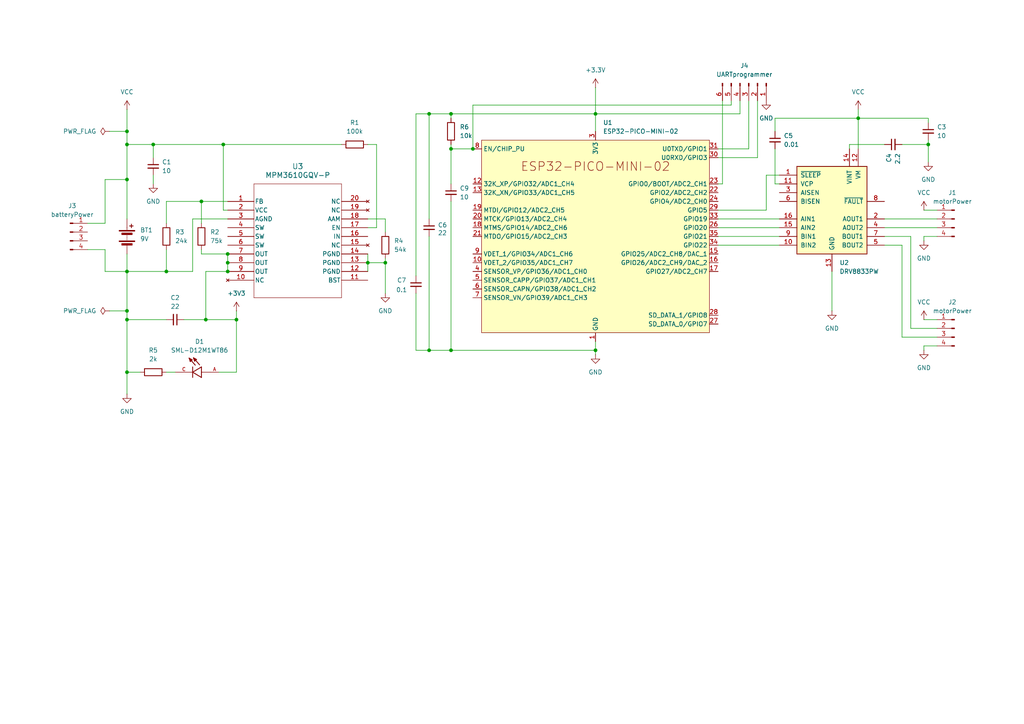
<source format=kicad_sch>
(kicad_sch (version 20231120) (generator "eeschema") (generator_version "8.0")
  (paper "A4")
  (title_block (title "holidayExpress_schematic") (rev "0") (company "Bad Hippo Design"))
  (lib_symbols
    (symbol "Connector:Conn_01x04_Pin" (pin_names (offset 1.016) hide)
      (property "Reference" "J" (at 0 5.08 0))
      (property "Value" "Conn_01x04_Pin" (at 0 -7.62 0))
      (symbol "Conn_01x04_Pin_1_1"
        (polyline (pts (xy 1.27 -5.08) (xy 0.8636 -5.08)) (stroke (width 0.1524)))
        (polyline (pts (xy 1.27 -2.54) (xy 0.8636 -2.54)) (stroke (width 0.1524)))
        (polyline (pts (xy 1.27 0) (xy 0.8636 0)) (stroke (width 0.1524)))
        (polyline (pts (xy 1.27 2.54) (xy 0.8636 2.54)) (stroke (width 0.1524)))
        (rectangle (start 0.8636 -4.953) (end 0 -5.207) (stroke (width 0.1524)) (fill (type outline)))
        (rectangle (start 0.8636 -2.413) (end 0 -2.667) (stroke (width 0.1524)) (fill (type outline)))
        (rectangle (start 0.8636 0.127) (end 0 -0.127) (stroke (width 0.1524)) (fill (type outline)))
        (rectangle (start 0.8636 2.667) (end 0 2.413) (stroke (width 0.1524)) (fill (type outline)))
        (pin passive line (at 5.08 2.54 180) (length 3.81) (name "Pin_1") (number "1"))
        (pin passive line (at 5.08 0 180) (length 3.81) (name "Pin_2") (number "2"))
        (pin passive line (at 5.08 -2.54 180) (length 3.81) (name "Pin_3") (number "3"))
        (pin passive line (at 5.08 -5.08 180) (length 3.81) (name "Pin_4") (number "4"))
      )
    )
    (symbol "Connector:Conn_01x06_Pin" (pin_names (offset 1.016) hide)
      (property "Reference" "J" (at 0 7.62 0))
      (property "Value" "Conn_01x06_Pin" (at 0 -10.16 0))
      (symbol "Conn_01x06_Pin_1_1"
        (polyline (pts (xy 1.27 -7.62) (xy 0.8636 -7.62)) (stroke (width 0.1524)))
        (polyline (pts (xy 1.27 -5.08) (xy 0.8636 -5.08)) (stroke (width 0.1524)))
        (polyline (pts (xy 1.27 -2.54) (xy 0.8636 -2.54)) (stroke (width 0.1524)))
        (polyline (pts (xy 1.27 0) (xy 0.8636 0)) (stroke (width 0.1524)))
        (polyline (pts (xy 1.27 2.54) (xy 0.8636 2.54)) (stroke (width 0.1524)))
        (polyline (pts (xy 1.27 5.08) (xy 0.8636 5.08)) (stroke (width 0.1524)))
        (rectangle (start 0.8636 -7.493) (end 0 -7.747) (stroke (width 0.1524)) (fill (type outline)))
        (rectangle (start 0.8636 -4.953) (end 0 -5.207) (stroke (width 0.1524)) (fill (type outline)))
        (rectangle (start 0.8636 -2.413) (end 0 -2.667) (stroke (width 0.1524)) (fill (type outline)))
        (rectangle (start 0.8636 0.127) (end 0 -0.127) (stroke (width 0.1524)) (fill (type outline)))
        (rectangle (start 0.8636 2.667) (end 0 2.413) (stroke (width 0.1524)) (fill (type outline)))
        (rectangle (start 0.8636 5.207) (end 0 4.953) (stroke (width 0.1524)) (fill (type outline)))
        (pin passive line (at 5.08 5.08 180) (length 3.81) (name "Pin_1") (number "1"))
        (pin passive line (at 5.08 2.54 180) (length 3.81) (name "Pin_2") (number "2"))
        (pin passive line (at 5.08 0 180) (length 3.81) (name "Pin_3") (number "3"))
        (pin passive line (at 5.08 -2.54 180) (length 3.81) (name "Pin_4") (number "4"))
        (pin passive line (at 5.08 -5.08 180) (length 3.81) (name "Pin_5") (number "5"))
        (pin passive line (at 5.08 -7.62 180) (length 3.81) (name "Pin_6") (number "6"))
      )
    )
    (symbol "Device:Battery" (pin_numbers hide) (pin_names (offset 0) hide)
      (property "Reference" "BT" (at 2.54 2.54 0))
      (property "Value" "Battery" (at 2.54 0 0))
      (symbol "Battery_0_1"
        (rectangle (start -2.286 -1.27) (end 2.286 -1.524) (fill (type outline)))
        (rectangle (start -2.286 1.778) (end 2.286 1.524) (fill (type outline)))
        (rectangle (start -1.524 -2.032) (end 1.524 -2.54) (fill (type outline)))
        (rectangle (start -1.524 1.016) (end 1.524 0.508) (fill (type outline)))
        (polyline (pts (xy 0 -1.016) (xy 0 -0.762)))
        (polyline (pts (xy 0 -0.508) (xy 0 -0.254)))
        (polyline (pts (xy 0 0) (xy 0 0.254)))
        (polyline (pts (xy 0 1.778) (xy 0 2.54)))
        (polyline (pts (xy 0.762 3.048) (xy 1.778 3.048)) (stroke (width 0.254)))
        (polyline (pts (xy 1.27 3.556) (xy 1.27 2.54)) (stroke (width 0.254)))
      )
      (symbol "Battery_1_1"
        (pin passive line (at 0 5.08 270) (length 2.54) (name "+") (number "1"))
        (pin passive line (at 0 -5.08 90) (length 2.54) (name "-") (number "2"))
      )
    )
    (symbol "Device:C_Small" (pin_numbers hide) (pin_names (offset 0.254) hide)
      (property "Reference" "C" (at 0.254 1.778 0))
      (property "Value" "C_Small" (at 0.254 -2.032 0))
      (symbol "C_Small_0_1"
        (polyline (pts (xy -1.524 -0.508) (xy 1.524 -0.508)) (stroke (width 0.3302)))
        (polyline (pts (xy -1.524 0.508) (xy 1.524 0.508)) (stroke (width 0.3048)))
      )
      (symbol "C_Small_1_1"
        (pin passive line (at 0 2.54 270) (length 2.032) (name "~") (number "1"))
        (pin passive line (at 0 -2.54 90) (length 2.032) (name "~") (number "2"))
      )
    )
    (symbol "Device:R" (pin_numbers hide) (pin_names (offset 0))
      (property "Reference" "R" (at 2.032 0 90))
      (property "Value" "R" (at 0 0 90))
      (symbol "R_0_1"
        (rectangle (start -1.016 -2.54) (end 1.016 2.54) (stroke (width 0.254)))
      )
      (symbol "R_1_1"
        (pin passive line (at 0 3.81 270) (length 1.27) (name "~") (number "1"))
        (pin passive line (at 0 -3.81 90) (length 1.27) (name "~") (number "2"))
      )
    )
    (symbol "Driver_Motor:DRV8833PW" (pin_names (offset 1.016))
      (property "Reference" "U" (at -3.81 16.51 0))
      (property "Value" "DRV8833PW" (at -3.81 13.97 0))
      (symbol "DRV8833PW_0_1"
        (rectangle (start -10.16 12.7) (end 10.16 -12.7) (stroke (width 0.254)) (fill (type background)))
      )
      (symbol "DRV8833PW_1_1"
        (pin input line (at -15.24 10.16 0) (length 5.08) (name "~{SLEEP}") (number "1"))
        (pin input line (at -15.24 -10.16 0) (length 5.08) (name "BIN2") (number "10"))
        (pin bidirectional line (at -15.24 7.62 0) (length 5.08) (name "VCP") (number "11"))
        (pin power_in line (at 7.62 17.78 270) (length 5.08) (name "VM") (number "12"))
        (pin power_in line (at 0 -17.78 90) (length 5.08) (name "GND") (number "13"))
        (pin power_in line (at 5.08 17.78 270) (length 5.08) (name "VINT") (number "14"))
        (pin input line (at -15.24 -5.08 0) (length 5.08) (name "AIN2") (number "15"))
        (pin input line (at -15.24 -2.54 0) (length 5.08) (name "AIN1") (number "16"))
        (pin power_out line (at 15.24 -2.54 180) (length 5.08) (name "AOUT1") (number "2"))
        (pin bidirectional line (at -15.24 5.08 0) (length 5.08) (name "AISEN") (number "3"))
        (pin power_out line (at 15.24 -5.08 180) (length 5.08) (name "AOUT2") (number "4"))
        (pin power_out line (at 15.24 -10.16 180) (length 5.08) (name "BOUT2") (number "5"))
        (pin bidirectional line (at -15.24 2.54 0) (length 5.08) (name "BISEN") (number "6"))
        (pin power_out line (at 15.24 -7.62 180) (length 5.08) (name "BOUT1") (number "7"))
        (pin open_collector line (at 15.24 2.54 180) (length 5.08) (name "~{FAULT}") (number "8"))
        (pin input line (at -15.24 -7.62 0) (length 5.08) (name "BIN1") (number "9"))
      )
    )
    (symbol "MPS_parts:MPM3610GQV-P" (pin_names (offset 0.254))
      (property "Reference" "U" (at 20.32 10.16 0))
      (property "Value" "MPM3610GQV-P" (at 20.32 7.62 0))
      (symbol "MPM3610GQV-P_0_1"
        (polyline (pts (xy 7.62 -27.94) (xy 33.02 -27.94)) (stroke (width 0.127)))
        (polyline (pts (xy 7.62 5.08) (xy 7.62 -27.94)) (stroke (width 0.127)))
        (polyline (pts (xy 33.02 -27.94) (xy 33.02 5.08)) (stroke (width 0.127)))
        (polyline (pts (xy 33.02 5.08) (xy 7.62 5.08)) (stroke (width 0.127)))
        (pin unspecified line (at 0 0 0) (length 7.62) (name "FB") (number "1"))
        (pin no_connect line (at 0 -22.86 0) (length 7.62) (name "NC") (number "10"))
        (pin unspecified line (at 40.64 -22.86 180) (length 7.62) (name "BST") (number "11"))
        (pin power_out line (at 40.64 -20.32 180) (length 7.62) (name "PGND") (number "12"))
        (pin power_out line (at 40.64 -17.78 180) (length 7.62) (name "PGND") (number "13"))
        (pin power_out line (at 40.64 -15.24 180) (length 7.62) (name "PGND") (number "14"))
        (pin no_connect line (at 40.64 -12.7 180) (length 7.62) (name "NC") (number "15"))
        (pin power_in line (at 40.64 -10.16 180) (length 7.62) (name "IN") (number "16"))
        (pin unspecified line (at 40.64 -7.62 180) (length 7.62) (name "EN") (number "17"))
        (pin unspecified line (at 40.64 -5.08 180) (length 7.62) (name "AAM") (number "18"))
        (pin no_connect line (at 40.64 -2.54 180) (length 7.62) (name "NC") (number "19"))
        (pin power_in line (at 0 -2.54 0) (length 7.62) (name "VCC") (number "2"))
        (pin no_connect line (at 40.64 0 180) (length 7.62) (name "NC") (number "20"))
        (pin power_out line (at 0 -5.08 0) (length 7.62) (name "AGND") (number "3"))
        (pin output line (at 0 -7.62 0) (length 7.62) (name "SW") (number "4"))
        (pin output line (at 0 -10.16 0) (length 7.62) (name "SW") (number "5"))
        (pin output line (at 0 -12.7 0) (length 7.62) (name "SW") (number "6"))
        (pin output line (at 0 -15.24 0) (length 7.62) (name "OUT") (number "7"))
        (pin output line (at 0 -17.78 0) (length 7.62) (name "OUT") (number "8"))
        (pin output line (at 0 -20.32 0) (length 7.62) (name "OUT") (number "9"))
      )
    )
    (symbol "PCM_Espressif:ESP32-PICO-MINI-02"
      (property "Reference" "U" (at -33.02 33.02 0))
      (property "Value" "ESP32-PICO-MINI-02" (at -22.86 30.48 0))
      (symbol "ESP32-PICO-MINI-02_0_0"
        (text "ESP32-PICO-MINI-02" (at 0 20.32 0) (effects (font (size 2.54 2.54))))
        (pin power_in line (at 0 -30.48 90) (length 2.54) (name "GND") (number "1"))
        (pin passive line (at 0 -30.48 90) (length 2.54) hide (name "GND") (number "37"))
        (pin passive line (at 0 -30.48 90) (length 2.54) hide (name "GND") (number "38"))
        (pin passive line (at 0 -30.48 90) (length 2.54) hide (name "GND") (number "39"))
        (pin passive line (at 0 -30.48 90) (length 2.54) hide (name "GND") (number "40"))
        (pin passive line (at 0 -30.48 90) (length 2.54) hide (name "GND") (number "41"))
        (pin passive line (at 0 -30.48 90) (length 2.54) hide (name "GND") (number "42"))
        (pin passive line (at 0 -30.48 90) (length 2.54) hide (name "GND") (number "43"))
        (pin passive line (at 0 -30.48 90) (length 2.54) hide (name "GND") (number "44"))
        (pin passive line (at 0 -30.48 90) (length 2.54) hide (name "GND") (number "45"))
        (pin passive line (at 0 -30.48 90) (length 2.54) hide (name "GND") (number "46"))
        (pin passive line (at 0 -30.48 90) (length 2.54) hide (name "GND") (number "47"))
        (pin passive line (at 0 -30.48 90) (length 2.54) hide (name "GND") (number "48"))
        (pin passive line (at 0 -30.48 90) (length 2.54) hide (name "GND") (number "49"))
        (pin passive line (at 0 -30.48 90) (length 2.54) hide (name "GND") (number "50"))
        (pin passive line (at 0 -30.48 90) (length 2.54) hide (name "GND") (number "51"))
        (pin passive line (at 0 -30.48 90) (length 2.54) hide (name "GND") (number "52"))
        (pin passive line (at 0 -30.48 90) (length 2.54) hide (name "GND") (number "53"))
      )
      (symbol "ESP32-PICO-MINI-02_0_1"
        (rectangle (start -33.02 27.94) (end 33.02 -27.94) (fill (type background)))
      )
      (symbol "ESP32-PICO-MINI-02_1_1"
        (pin input line (at -35.56 -7.62 0) (length 2.54) (name "VDET_2/GPIO35/ADC1_CH7") (number "10"))
        (pin passive line (at 0 -30.48 90) (length 2.54) hide (name "GND") (number "11"))
        (pin bidirectional line (at -35.56 15.24 0) (length 2.54) (name "32K_XP/GPIO32/ADC1_CH4") (number "12"))
        (pin bidirectional line (at -35.56 12.7 0) (length 2.54) (name "32K_XN/GPIO33/ADC1_CH5") (number "13"))
        (pin passive line (at 0 -30.48 90) (length 2.54) hide (name "GND") (number "14"))
        (pin bidirectional line (at 35.56 -5.08 180) (length 2.54) (name "GPIO25/ADC2_CH8/DAC_1") (number "15"))
        (pin bidirectional line (at 35.56 -7.62 180) (length 2.54) (name "GPIO26/ADC2_CH9/DAC_2") (number "16"))
        (pin bidirectional line (at 35.56 -10.16 180) (length 2.54) (name "GPIO27/ADC2_CH7") (number "17"))
        (pin bidirectional line (at -35.56 2.54 0) (length 2.54) (name "MTMS/GPIO14/ADC2_CH6") (number "18"))
        (pin bidirectional line (at -35.56 7.62 0) (length 2.54) (name "MTDI/GPIO12/ADC2_CH5") (number "19"))
        (pin passive line (at 0 -30.48 90) (length 2.54) hide (name "GND") (number "2"))
        (pin bidirectional line (at -35.56 5.08 0) (length 2.54) (name "MTCK/GPIO13/ADC2_CH4") (number "20"))
        (pin bidirectional line (at -35.56 0 0) (length 2.54) (name "MTDO/GPIO15/ADC2_CH3") (number "21"))
        (pin bidirectional line (at 35.56 12.7 180) (length 2.54) (name "GPIO2/ADC2_CH2") (number "22"))
        (pin bidirectional line (at 35.56 15.24 180) (length 2.54) (name "GPIO0/BOOT/ADC2_CH1") (number "23"))
        (pin bidirectional line (at 35.56 10.16 180) (length 2.54) (name "GPIO4/ADC2_CH0") (number "24"))
        (pin no_connect line (at -33.02 -22.86 0) (length 2.54) hide (name "NC") (number "25"))
        (pin bidirectional line (at 35.56 2.54 180) (length 2.54) (name "GPIO20") (number "26"))
        (pin bidirectional line (at 35.56 -25.4 180) (length 2.54) (name "SD_DATA_0/GPIO7") (number "27"))
        (pin bidirectional line (at 35.56 -22.86 180) (length 2.54) (name "SD_DATA_1/GPIO8") (number "28"))
        (pin bidirectional line (at 35.56 7.62 180) (length 2.54) (name "GPIO5") (number "29"))
        (pin power_in line (at 0 30.48 270) (length 2.54) (name "3V3") (number "3"))
        (pin bidirectional line (at 35.56 22.86 180) (length 2.54) (name "U0RXD/GPIO3") (number "30"))
        (pin bidirectional line (at 35.56 25.4 180) (length 2.54) (name "U0TXD/GPIO1") (number "31"))
        (pin no_connect line (at -33.02 -25.4 0) (length 2.54) hide (name "NC") (number "32"))
        (pin bidirectional line (at 35.56 5.08 180) (length 2.54) (name "GPIO19") (number "33"))
        (pin bidirectional line (at 35.56 -2.54 180) (length 2.54) (name "GPIO22") (number "34"))
        (pin bidirectional line (at 35.56 0 180) (length 2.54) (name "GPIO21") (number "35"))
        (pin passive line (at 0 -30.48 90) (length 2.54) hide (name "GND") (number "36"))
        (pin input line (at -35.56 -10.16 0) (length 2.54) (name "SENSOR_VP/GPIO36/ADC1_CH0") (number "4"))
        (pin input line (at -35.56 -12.7 0) (length 2.54) (name "SENSOR_CAPP/GPIO37/ADC1_CH1") (number "5"))
        (pin input line (at -35.56 -15.24 0) (length 2.54) (name "SENSOR_CAPN/GPIO38/ADC1_CH2") (number "6"))
        (pin input line (at -35.56 -17.78 0) (length 2.54) (name "SENSOR_VN/GPIO39/ADC1_CH3") (number "7"))
        (pin input line (at -35.56 25.4 0) (length 2.54) (name "EN/CHIP_PU") (number "8"))
        (pin input line (at -35.56 -5.08 0) (length 2.54) (name "VDET_1/GPIO34/ADC1_CH6") (number "9"))
      )
    )
    (symbol "power:+3.3V" (power) (pin_numbers hide) (pin_names (offset 0) hide)
      (property "Value" "+3.3V" (at 0 3.556 0))
      (symbol "+3.3V_0_1"
        (polyline (pts (xy -0.762 1.27) (xy 0 2.54)))
        (polyline (pts (xy 0 0) (xy 0 2.54)))
        (polyline (pts (xy 0 2.54) (xy 0.762 1.27)))
      )
      (symbol "+3.3V_1_1"
        (pin power_in line (at 0 0 90) (length 0) (name "~") (number "1"))
      )
    )
    (symbol "power:+3V3" (power) (pin_numbers hide) (pin_names (offset 0) hide)
      (property "Value" "+3V3" (at 0 3.556 0))
      (symbol "+3V3_0_1"
        (polyline (pts (xy -0.762 1.27) (xy 0 2.54)))
        (polyline (pts (xy 0 0) (xy 0 2.54)))
        (polyline (pts (xy 0 2.54) (xy 0.762 1.27)))
      )
      (symbol "+3V3_1_1"
        (pin power_in line (at 0 0 90) (length 0) (name "~") (number "1"))
      )
    )
    (symbol "power:GND" (power) (pin_numbers hide) (pin_names (offset 0) hide)
      (property "Value" "GND" (at 0 -3.81 0))
      (symbol "GND_0_1"
        (polyline (pts (xy 0 0) (xy 0 -1.27) (xy 1.27 -1.27) (xy 0 -2.54) (xy -1.27 -1.27) (xy 0 -1.27)))
      )
      (symbol "GND_1_1"
        (pin power_in line (at 0 0 270) (length 0) (name "~") (number "1"))
      )
    )
    (symbol "power:PWR_FLAG" (power) (pin_numbers hide) (pin_names (offset 0) hide)
      (property "Value" "PWR_FLAG" (at 0 3.81 0))
      (symbol "PWR_FLAG_0_0"
        (pin power_out line (at 0 0 90) (length 0) (name "~") (number "1"))
      )
      (symbol "PWR_FLAG_0_1"
        (polyline (pts (xy 0 0) (xy 0 1.27) (xy -1.016 1.905) (xy 0 2.54) (xy 1.016 1.905) (xy 0 1.27)))
      )
    )
    (symbol "power:VCC" (power) (pin_numbers hide) (pin_names (offset 0) hide)
      (property "Value" "VCC" (at 0 3.556 0))
      (symbol "VCC_0_1"
        (polyline (pts (xy -0.762 1.27) (xy 0 2.54)))
        (polyline (pts (xy 0 0) (xy 0 2.54)))
        (polyline (pts (xy 0 2.54) (xy 0.762 1.27)))
      )
      (symbol "VCC_1_1"
        (pin power_in line (at 0 0 90) (length 0) (name "~") (number "1"))
      )
    )
    (symbol "symbolDownloads:SML-D12M1WT86" (pin_names (offset 1.016))
      (property "Reference" "D" (at -5.08 5.08 0))
      (property "Value" "SML-D12M1WT86" (at -5.08 -3.81 0))
      (symbol "SML-D12M1WT86_0_0"
        (polyline (pts (xy -2.54 -1.524) (xy 0 0)) (stroke (width 0.254)))
        (polyline (pts (xy -2.54 0) (xy -5.08 0)) (stroke (width 0.1524)))
        (polyline (pts (xy -2.54 0) (xy -2.54 -1.524)) (stroke (width 0.254)))
        (polyline (pts (xy -2.54 1.524) (xy -2.54 0)) (stroke (width 0.254)))
        (polyline (pts (xy -1.1176 3.683) (xy -0.2286 4.1656)) (stroke (width 0.254)))
        (polyline (pts (xy -0.9398 3.6068) (xy -0.7112 3.7592)) (stroke (width 0.254)))
        (polyline (pts (xy -0.5588 3.2004) (xy -1.1176 3.683)) (stroke (width 0.254)))
        (polyline (pts (xy -0.5588 3.2004) (xy -0.5334 3.937)) (stroke (width 0.254)))
        (polyline (pts (xy -0.5334 3.937) (xy -0.6604 3.937)) (stroke (width 0.254)))
        (polyline (pts (xy -0.2286 4.1656) (xy -2.0066 2.1336)) (stroke (width 0.254)))
        (polyline (pts (xy -0.2286 4.1656) (xy -0.5588 3.2004)) (stroke (width 0.254)))
        (polyline (pts (xy 0 0) (xy -2.54 1.524)) (stroke (width 0.254)))
        (polyline (pts (xy 0 1.524) (xy 0 -1.524)) (stroke (width 0.254)))
        (polyline (pts (xy 0.127 3.5814) (xy 1.016 4.064)) (stroke (width 0.254)))
        (polyline (pts (xy 0.3048 3.5052) (xy 0.5334 3.6576)) (stroke (width 0.254)))
        (polyline (pts (xy 0.6858 3.0988) (xy 0.127 3.5814)) (stroke (width 0.254)))
        (polyline (pts (xy 0.6858 3.0988) (xy 0.7112 3.8354)) (stroke (width 0.254)))
        (polyline (pts (xy 0.7112 3.8354) (xy 0.5842 3.8354)) (stroke (width 0.254)))
        (polyline (pts (xy 1.016 4.064) (xy -0.762 2.032)) (stroke (width 0.254)))
        (polyline (pts (xy 1.016 4.064) (xy 0.6858 3.0988)) (stroke (width 0.254)))
        (pin passive line (at -7.62 0 0) (length 2.54) (name "~") (number "A"))
        (pin passive line (at 5.08 0 180) (length 5.08) (name "~") (number "C"))
      )
    )
  )
  (junction (at 36.83 92.71))
  (junction (at 58.42 58.42))
  (junction (at 36.83 41.91))
  (junction (at 130.81 101.6))
  (junction (at 66.04 78.74))
  (junction (at 124.46 33.02))
  (junction (at 64.77 41.91))
  (junction (at 172.72 101.6))
  (junction (at 111.76 76.2))
  (junction (at 44.45 41.91))
  (junction (at 36.83 107.95))
  (junction (at 66.04 76.2))
  (junction (at 36.83 52.07))
  (junction (at 36.83 38.1))
  (junction (at 36.83 78.74))
  (junction (at 36.83 90.17))
  (junction (at 248.92 34.29))
  (junction (at 68.58 92.71))
  (junction (at 59.69 92.71))
  (junction (at 66.04 73.66))
  (junction (at 106.68 76.2))
  (junction (at 124.46 101.6))
  (junction (at 137.16 43.18))
  (junction (at 130.81 43.18))
  (junction (at 172.72 33.02))
  (junction (at 269.24 41.91))
  (junction (at 48.26 78.74))
  (junction (at 130.81 33.02))
  (wire (pts (xy 224.79 38.1) (xy 224.79 34.29)))
  (wire (pts (xy 264.16 95.25) (xy 271.78 95.25)))
  (wire (pts (xy 130.81 58.42) (xy 130.81 101.6)))
  (wire (pts (xy 111.76 74.93) (xy 111.76 76.2)))
  (wire (pts (xy 267.97 68.58) (xy 267.97 69.85)))
  (wire (pts (xy 248.92 34.29) (xy 269.24 34.29)))
  (wire (pts (xy 209.55 29.21) (xy 209.55 53.34)))
  (wire (pts (xy 68.58 107.95) (xy 63.5 107.95)))
  (wire (pts (xy 36.83 92.71) (xy 36.83 107.95)))
  (wire (pts (xy 256.54 71.12) (xy 261.62 71.12)))
  (wire (pts (xy 248.92 34.29) (xy 248.92 43.18)))
  (wire (pts (xy 137.16 30.48) (xy 137.16 43.18)))
  (wire (pts (xy 68.58 92.71) (xy 68.58 107.95)))
  (wire (pts (xy 48.26 58.42) (xy 58.42 58.42)))
  (wire (pts (xy 44.45 41.91) (xy 44.45 45.72)))
  (wire (pts (xy 222.25 50.8) (xy 226.06 50.8)))
  (wire (pts (xy 130.81 101.6) (xy 172.72 101.6)))
  (wire (pts (xy 66.04 73.66) (xy 66.04 76.2)))
  (wire (pts (xy 212.09 30.48) (xy 212.09 29.21)))
  (wire (pts (xy 261.62 41.91) (xy 269.24 41.91)))
  (wire (pts (xy 44.45 41.91) (xy 64.77 41.91)))
  (wire (pts (xy 261.62 97.79) (xy 271.78 97.79)))
  (wire (pts (xy 58.42 58.42) (xy 66.04 58.42)))
  (wire (pts (xy 106.68 66.04) (xy 109.22 66.04)))
  (wire (pts (xy 172.72 33.02) (xy 214.63 33.02)))
  (wire (pts (xy 36.83 31.75) (xy 36.83 38.1)))
  (wire (pts (xy 30.48 64.77) (xy 30.48 52.07)))
  (wire (pts (xy 31.75 90.17) (xy 36.83 90.17)))
  (wire (pts (xy 25.4 64.77) (xy 30.48 64.77)))
  (wire (pts (xy 208.28 66.04) (xy 226.06 66.04)))
  (wire (pts (xy 246.38 41.91) (xy 246.38 43.18)))
  (wire (pts (xy 106.68 76.2) (xy 111.76 76.2)))
  (wire (pts (xy 208.28 43.18) (xy 217.17 43.18)))
  (wire (pts (xy 48.26 64.77) (xy 48.26 58.42)))
  (wire (pts (xy 48.26 72.39) (xy 48.26 78.74)))
  (wire (pts (xy 264.16 68.58) (xy 264.16 95.25)))
  (wire (pts (xy 267.97 92.71) (xy 271.78 92.71)))
  (wire (pts (xy 208.28 60.96) (xy 222.25 60.96)))
  (wire (pts (xy 111.76 67.31) (xy 111.76 63.5)))
  (wire (pts (xy 53.34 92.71) (xy 59.69 92.71)))
  (wire (pts (xy 120.65 85.09) (xy 120.65 101.6)))
  (wire (pts (xy 120.65 80.01) (xy 120.65 33.02)))
  (wire (pts (xy 269.24 34.29) (xy 269.24 35.56)))
  (wire (pts (xy 48.26 107.95) (xy 50.8 107.95)))
  (wire (pts (xy 120.65 33.02) (xy 124.46 33.02)))
  (wire (pts (xy 269.24 41.91) (xy 269.24 46.99)))
  (wire (pts (xy 36.83 41.91) (xy 36.83 52.07)))
  (wire (pts (xy 36.83 92.71) (xy 48.26 92.71)))
  (wire (pts (xy 36.83 78.74) (xy 36.83 90.17)))
  (wire (pts (xy 36.83 38.1) (xy 36.83 41.91)))
  (wire (pts (xy 36.83 52.07) (xy 36.83 63.5)))
  (wire (pts (xy 40.64 107.95) (xy 36.83 107.95)))
  (wire (pts (xy 208.28 68.58) (xy 226.06 68.58)))
  (wire (pts (xy 256.54 66.04) (xy 271.78 66.04)))
  (wire (pts (xy 58.42 73.66) (xy 66.04 73.66)))
  (wire (pts (xy 219.71 45.72) (xy 208.28 45.72)))
  (wire (pts (xy 246.38 41.91) (xy 256.54 41.91)))
  (wire (pts (xy 172.72 101.6) (xy 172.72 102.87)))
  (wire (pts (xy 58.42 72.39) (xy 58.42 73.66)))
  (wire (pts (xy 267.97 100.33) (xy 271.78 100.33)))
  (wire (pts (xy 224.79 43.18) (xy 224.79 53.34)))
  (wire (pts (xy 36.83 41.91) (xy 44.45 41.91)))
  (wire (pts (xy 25.4 72.39) (xy 30.48 72.39)))
  (wire (pts (xy 130.81 33.02) (xy 130.81 34.29)))
  (wire (pts (xy 124.46 68.58) (xy 124.46 101.6)))
  (wire (pts (xy 261.62 71.12) (xy 261.62 97.79)))
  (wire (pts (xy 30.48 72.39) (xy 30.48 78.74)))
  (wire (pts (xy 44.45 50.8) (xy 44.45 53.34)))
  (wire (pts (xy 36.83 107.95) (xy 36.83 114.3)))
  (wire (pts (xy 106.68 73.66) (xy 106.68 76.2)))
  (wire (pts (xy 66.04 63.5) (xy 55.88 63.5)))
  (wire (pts (xy 241.3 78.74) (xy 241.3 90.17)))
  (wire (pts (xy 130.81 43.18) (xy 130.81 53.34)))
  (wire (pts (xy 64.77 60.96) (xy 66.04 60.96)))
  (wire (pts (xy 224.79 34.29) (xy 248.92 34.29)))
  (wire (pts (xy 59.69 78.74) (xy 59.69 92.71)))
  (wire (pts (xy 269.24 40.64) (xy 269.24 41.91)))
  (wire (pts (xy 267.97 60.96) (xy 271.78 60.96)))
  (wire (pts (xy 58.42 64.77) (xy 58.42 58.42)))
  (wire (pts (xy 30.48 52.07) (xy 36.83 52.07)))
  (wire (pts (xy 64.77 41.91) (xy 99.06 41.91)))
  (wire (pts (xy 219.71 29.21) (xy 219.71 45.72)))
  (wire (pts (xy 59.69 78.74) (xy 66.04 78.74)))
  (wire (pts (xy 172.72 33.02) (xy 172.72 38.1)))
  (wire (pts (xy 256.54 63.5) (xy 271.78 63.5)))
  (wire (pts (xy 64.77 41.91) (xy 64.77 60.96)))
  (wire (pts (xy 36.83 90.17) (xy 36.83 92.71)))
  (wire (pts (xy 267.97 101.6) (xy 267.97 100.33)))
  (wire (pts (xy 209.55 53.34) (xy 208.28 53.34)))
  (wire (pts (xy 106.68 76.2) (xy 106.68 78.74)))
  (wire (pts (xy 36.83 73.66) (xy 36.83 78.74)))
  (wire (pts (xy 222.25 60.96) (xy 222.25 50.8)))
  (wire (pts (xy 124.46 33.02) (xy 124.46 63.5)))
  (wire (pts (xy 214.63 33.02) (xy 214.63 29.21)))
  (wire (pts (xy 130.81 33.02) (xy 172.72 33.02)))
  (wire (pts (xy 208.28 63.5) (xy 226.06 63.5)))
  (wire (pts (xy 172.72 25.4) (xy 172.72 33.02)))
  (wire (pts (xy 48.26 78.74) (xy 55.88 78.74)))
  (wire (pts (xy 267.97 68.58) (xy 271.78 68.58)))
  (wire (pts (xy 120.65 101.6) (xy 124.46 101.6)))
  (wire (pts (xy 248.92 31.75) (xy 248.92 34.29)))
  (wire (pts (xy 137.16 30.48) (xy 212.09 30.48)))
  (wire (pts (xy 130.81 43.18) (xy 137.16 43.18)))
  (wire (pts (xy 30.48 78.74) (xy 36.83 78.74)))
  (wire (pts (xy 224.79 53.34) (xy 226.06 53.34)))
  (wire (pts (xy 106.68 41.91) (xy 109.22 41.91)))
  (wire (pts (xy 66.04 76.2) (xy 66.04 78.74)))
  (wire (pts (xy 36.83 78.74) (xy 48.26 78.74)))
  (wire (pts (xy 172.72 99.06) (xy 172.72 101.6)))
  (wire (pts (xy 31.75 38.1) (xy 36.83 38.1)))
  (wire (pts (xy 124.46 33.02) (xy 130.81 33.02)))
  (wire (pts (xy 106.68 63.5) (xy 111.76 63.5)))
  (wire (pts (xy 208.28 71.12) (xy 226.06 71.12)))
  (wire (pts (xy 55.88 63.5) (xy 55.88 78.74)))
  (wire (pts (xy 59.69 92.71) (xy 68.58 92.71)))
  (wire (pts (xy 111.76 85.09) (xy 111.76 76.2)))
  (wire (pts (xy 217.17 43.18) (xy 217.17 29.21)))
  (wire (pts (xy 124.46 101.6) (xy 130.81 101.6)))
  (wire (pts (xy 130.81 41.91) (xy 130.81 43.18)))
  (wire (pts (xy 256.54 68.58) (xy 264.16 68.58)))
  (wire (pts (xy 68.58 90.17) (xy 68.58 92.71)))
  (wire (pts (xy 109.22 41.91) (xy 109.22 66.04)))
  (symbol (lib_id "power:GND") (at 36.83 114.3 0) (unit 1)
    (property "Reference" "#PWR01" (effects (hide yes)))
    (property "Value" "GND" (at 36.83 119.38 0))
    (property "Description" "Power symbol creates a global label with name \"GND\" , ground" (effects (hide yes)))
  )
  (symbol (lib_id "Device:C_Small") (at 44.45 48.26 0) (unit 1)
    (property "Reference" "C1" (at 46.99 46.9962 0) (effects (justify left)))
    (property "Value" "10" (at 46.99 49.5362 0) (effects (justify left)))
    (property "Footprint" "Capacitor_SMD:C_0402_1005Metric" (effects (hide yes)))
    (property "Description" "Unpolarized capacitor, small symbol" (effects (hide yes)))
  )
  (symbol (lib_id "Device:C_Small") (at 259.08 41.91 90) (mirror x) (unit 1)
    (property "Reference" "C4" (at 257.8162 44.45 0) (effects (justify left)))
    (property "Value" "2.2" (at 260.3562 44.45 0) (effects (justify left)))
    (property "Footprint" "Capacitor_SMD:C_0402_1005Metric" (effects (hide yes)))
    (property "Description" "Unpolarized capacitor, small symbol" (effects (hide yes)))
  )
  (symbol (lib_id "Device:C_Small") (at 120.65 82.55 0) (unit 1)
    (property "Reference" "C7" (at 117.856 81.28 0) (effects (justify right)))
    (property "Value" "0.1" (at 118.11 84.074 0) (effects (justify right)))
    (property "Footprint" "Capacitor_SMD:C_0402_1005Metric" (effects (hide yes)))
    (property "Description" "Unpolarized capacitor, small symbol" (effects (hide yes)))
  )
  (symbol (lib_id "power:+3V3") (at 68.58 90.17 0) (unit 1)
    (property "Reference" "#PWR06" (effects (hide yes)))
    (property "Value" "+3V3" (at 68.58 85.09 0))
    (property "Description" "Power symbol creates a global label with name \"+3V3\"" (effects (hide yes)))
  )
  (symbol (lib_id "Device:C_Small") (at 269.24 38.1 0) (unit 1)
    (property "Reference" "C3" (at 271.78 36.8362 0) (effects (justify left)))
    (property "Value" "10" (at 271.78 39.3762 0) (effects (justify left)))
    (property "Footprint" "Capacitor_SMD:C_0402_1005Metric" (effects (hide yes)))
    (property "Description" "Unpolarized capacitor, small symbol" (effects (hide yes)))
  )
  (symbol (lib_id "power:GND") (at 267.97 101.6 0) (unit 1)
    (property "Reference" "#PWR015" (effects (hide yes)))
    (property "Value" "GND" (at 267.97 106.68 0))
    (property "Description" "Power symbol creates a global label with name \"GND\" , ground" (effects (hide yes)))
  )
  (symbol (lib_id "Device:R") (at 111.76 71.12 0) (unit 1)
    (property "Reference" "R4" (at 114.3 69.8499 0) (effects (justify left)))
    (property "Value" "54k" (at 114.3 72.3899 0) (effects (justify left)))
    (property "Footprint" "Resistor_SMD:R_0402_1005Metric" (effects (hide yes)))
    (property "Description" "Resistor" (effects (hide yes)))
  )
  (symbol (lib_id "power:VCC") (at 267.97 60.96 0) (unit 1)
    (property "Reference" "#PWR013" (effects (hide yes)))
    (property "Value" "VCC" (at 267.97 55.88 0))
    (property "Description" "Power symbol creates a global label with name \"VCC\"" (effects (hide yes)))
  )
  (symbol (lib_id "symbolDownloads:SML-D12M1WT86") (at 55.88 107.95 0) (mirror y) (unit 1)
    (property "Reference" "D1" (at 57.8866 99.06 0))
    (property "Value" "SML-D12M1WT86" (at 57.8866 101.6 0))
    (property "Footprint" "footprintDownloads:LED_SML-D12M1WT86" (effects (hide yes)))
    (property "PARTREV" "007" (effects (hide yes)))
    (property "MANUFACTURER" "ROHM Semiconductor" (effects (hide yes)))
    (property "MAXIMUM_PACKAGE_HEIGHT" "0.65 mm" (effects (hide yes)))
    (property "STANDARD" "Manufacturer Recommendation" (effects (hide yes)))
  )
  (symbol (lib_id "power:VCC") (at 267.97 92.71 0) (unit 1)
    (property "Reference" "#PWR014" (effects (hide yes)))
    (property "Value" "VCC" (at 267.97 87.63 0))
    (property "Description" "Power symbol creates a global label with name \"VCC\"" (effects (hide yes)))
  )
  (symbol (lib_id "Device:C_Small") (at 130.81 55.88 0) (unit 1)
    (property "Reference" "C9" (at 133.35 54.6162 0) (effects (justify left)))
    (property "Value" "10" (at 133.35 57.1562 0) (effects (justify left)))
    (property "Footprint" "Capacitor_SMD:C_0402_1005Metric" (effects (hide yes)))
    (property "Description" "Unpolarized capacitor, small symbol" (effects (hide yes)))
  )
  (symbol (lib_id "Device:R") (at 102.87 41.91 270) (unit 1)
    (property "Reference" "R1" (at 102.87 35.56 90))
    (property "Value" "100k" (at 102.87 38.1 90))
    (property "Footprint" "Resistor_SMD:R_0402_1005Metric" (effects (hide yes)))
    (property "Description" "Resistor" (effects (hide yes)))
  )
  (symbol (lib_id "power:GND") (at 269.24 46.99 0) (unit 1)
    (property "Reference" "#PWR010" (effects (hide yes)))
    (property "Value" "GND" (at 269.24 52.07 0))
    (property "Description" "Power symbol creates a global label with name \"GND\" , ground" (effects (hide yes)))
  )
  (symbol (lib_id "power:GND") (at 111.76 85.09 0) (unit 1)
    (property "Reference" "#PWR05" (effects (hide yes)))
    (property "Value" "GND" (at 111.76 90.17 0))
    (property "Description" "Power symbol creates a global label with name \"GND\" , ground" (effects (hide yes)))
  )
  (symbol (lib_id "Device:C_Small") (at 124.46 66.04 0) (mirror y) (unit 1)
    (property "Reference" "C6" (at 127 65.278 0) (effects (justify right)))
    (property "Value" "22" (at 127 67.564 0) (effects (justify right)))
    (property "Footprint" "Capacitor_SMD:C_0402_1005Metric" (effects (hide yes)))
    (property "Description" "Unpolarized capacitor, small symbol" (effects (hide yes)))
  )
  (symbol (lib_id "Device:C_Small") (at 50.8 92.71 270) (unit 1)
    (property "Reference" "C2" (at 50.7936 86.36 90))
    (property "Value" "22" (at 50.7936 88.9 90))
    (property "Footprint" "Capacitor_SMD:C_0402_1005Metric" (effects (hide yes)))
    (property "Description" "Unpolarized capacitor, small symbol" (effects (hide yes)))
  )
  (symbol (lib_id "power:GND") (at 222.25 29.21 0) (unit 1)
    (property "Reference" "#PWR011" (effects (hide yes)))
    (property "Value" "GND" (at 222.25 34.29 0))
    (property "Description" "Power symbol creates a global label with name \"GND\" , ground" (effects (hide yes)))
  )
  (symbol (lib_id "power:PWR_FLAG") (at 31.75 90.17 90) (unit 1)
    (property "Reference" "#FLG02" (effects (hide yes)))
    (property "Value" "PWR_FLAG" (at 27.94 90.1699 90) (effects (justify left)))
    (property "Description" "Special symbol for telling ERC where power comes from" (effects (hide yes)))
  )
  (symbol (lib_id "power:GND") (at 44.45 53.34 0) (unit 1)
    (property "Reference" "#PWR04" (effects (hide yes)))
    (property "Value" "GND" (at 44.45 58.42 0))
    (property "Description" "Power symbol creates a global label with name \"GND\" , ground" (effects (hide yes)))
  )
  (symbol (lib_id "Connector:Conn_01x04_Pin") (at 276.86 63.5 0) (mirror y) (unit 1)
    (property "Reference" "J1" (at 276.225 55.88 0))
    (property "Value" "motorPower" (at 276.225 58.42 0))
    (property "Footprint" "Connector_PinHeader_2.54mm:PinHeader_1x04_P2.54mm_Horizontal" (effects (hide yes)))
    (property "Description" "Generic connector, single row, 01x04, script generated" (effects (hide yes)))
  )
  (symbol (lib_id "Device:R") (at 130.81 38.1 0) (unit 1)
    (property "Reference" "R6" (at 133.35 36.8299 0) (effects (justify left)))
    (property "Value" "10k" (at 133.35 39.3699 0) (effects (justify left)))
    (property "Footprint" "Resistor_SMD:R_0402_1005Metric" (effects (hide yes)))
    (property "Description" "Resistor" (effects (hide yes)))
  )
  (symbol (lib_id "power:GND") (at 267.97 69.85 0) (unit 1)
    (property "Reference" "#PWR012" (effects (hide yes)))
    (property "Value" "GND" (at 267.97 74.93 0))
    (property "Description" "Power symbol creates a global label with name \"GND\" , ground" (effects (hide yes)))
  )
  (symbol (lib_id "PCM_Espressif:ESP32-PICO-MINI-02") (at 172.72 68.58 0) (unit 1)
    (property "Reference" "U1" (at 174.9141 35.56 0) (effects (justify left)))
    (property "Value" "ESP32-PICO-MINI-02" (at 174.9141 38.1 0) (effects (justify left)))
    (property "Footprint" "PCM_Espressif:ESP32-PICO-MINI-02" (effects (hide yes)))
    (property "Datasheet" "https://www.espressif.com/sites/default/files/documentation/esp32-pico-mini-02_datasheet_en.pdf" (effects (hide yes)))
    (property "Description" "ESP32-PICO-V3-02 MCU, SiP, 8MB Flash, 2 MB PSRAM in ESP32-MINI-format" (effects (hide yes)))
  )
  (symbol (lib_id "Device:C_Small") (at 224.79 40.64 0) (unit 1)
    (property "Reference" "C5" (at 227.33 39.3762 0) (effects (justify left)))
    (property "Value" "0.01" (at 227.33 41.9162 0) (effects (justify left)))
    (property "Footprint" "Capacitor_SMD:C_0402_1005Metric" (effects (hide yes)))
    (property "Description" "Unpolarized capacitor, small symbol" (effects (hide yes)))
  )
  (symbol (lib_id "Connector:Conn_01x06_Pin") (at 217.17 24.13 270) (unit 1)
    (property "Reference" "J4" (at 215.9 19.05 90))
    (property "Value" "UARTprogrammer" (at 215.9 21.59 90))
    (property "Footprint" "Connector_PinHeader_2.54mm:PinHeader_1x06_P2.54mm_Horizontal" (effects (hide yes)))
    (property "Description" "Generic connector, single row, 01x06, script generated" (effects (hide yes)))
  )
  (symbol (lib_id "Device:Battery") (at 36.83 68.58 0) (unit 1) (on_board no)
    (property "Reference" "BT1" (at 40.64 66.7384 0) (effects (justify left)))
    (property "Value" "9V" (at 40.64 69.2784 0) (effects (justify left)))
    (property "Description" "Multiple-cell battery" (effects (hide yes)))
  )
  (symbol (lib_id "Connector:Conn_01x04_Pin") (at 20.32 67.31 0) (unit 1)
    (property "Reference" "J3" (at 20.955 59.69 0))
    (property "Value" "batteryPower" (at 20.955 62.23 0))
    (property "Footprint" "Connector_PinHeader_2.54mm:PinHeader_1x04_P2.54mm_Horizontal" (effects (hide yes)))
    (property "Description" "Generic connector, single row, 01x04, script generated" (effects (hide yes)))
  )
  (symbol (lib_id "Device:R") (at 48.26 68.58 0) (unit 1)
    (property "Reference" "R3" (at 50.8 67.3099 0) (effects (justify left)))
    (property "Value" "24k" (at 50.8 69.8499 0) (effects (justify left)))
    (property "Footprint" "Resistor_SMD:R_0402_1005Metric" (effects (hide yes)))
    (property "Description" "Resistor" (effects (hide yes)))
  )
  (symbol (lib_id "power:GND") (at 241.3 90.17 0) (unit 1)
    (property "Reference" "#PWR08" (effects (hide yes)))
    (property "Value" "GND" (at 241.3 95.25 0))
    (property "Description" "Power symbol creates a global label with name \"GND\" , ground" (effects (hide yes)))
  )
  (symbol (lib_id "power:VCC") (at 248.92 31.75 0) (unit 1)
    (property "Reference" "#PWR09" (effects (hide yes)))
    (property "Value" "VCC" (at 248.92 26.67 0))
    (property "Description" "Power symbol creates a global label with name \"VCC\"" (effects (hide yes)))
  )
  (symbol (lib_id "power:VCC") (at 36.83 31.75 0) (unit 1)
    (property "Reference" "#PWR02" (effects (hide yes)))
    (property "Value" "VCC" (at 36.83 26.67 0))
    (property "Description" "Power symbol creates a global label with name \"VCC\"" (effects (hide yes)))
  )
  (symbol (lib_id "Connector:Conn_01x04_Pin") (at 276.86 95.25 0) (mirror y) (unit 1)
    (property "Reference" "J2" (at 276.225 87.63 0))
    (property "Value" "motorPower" (at 276.225 90.17 0))
    (property "Footprint" "Connector_PinHeader_2.54mm:PinHeader_1x04_P2.54mm_Horizontal" (effects (hide yes)))
    (property "Description" "Generic connector, single row, 01x04, script generated" (effects (hide yes)))
  )
  (symbol (lib_id "Driver_Motor:DRV8833PW") (at 241.3 60.96 0) (unit 1)
    (property "Reference" "U2" (at 243.4941 76.2 0) (effects (justify left)))
    (property "Value" "DRV8833PW" (at 243.4941 78.74 0) (effects (justify left)))
    (property "Footprint" "Package_DFN_QFN:Texas_RTY_WQFN-16-1EP_4x4mm_P0.65mm_EP2.1x2.1mm_ThermalVias" (effects (hide yes)))
    (property "Datasheet" "http://www.ti.com/lit/ds/symlink/drv8833.pdf" (effects (hide yes)))
    (property "Description" "Dual H-Bridge Motor Driver, TSSOP-16" (effects (hide yes)))
  )
  (symbol (lib_id "power:+3.3V") (at 172.72 25.4 0) (unit 1)
    (property "Reference" "#PWR03" (effects (hide yes)))
    (property "Value" "+3.3V" (at 172.72 20.32 0))
    (property "Description" "Power symbol creates a global label with name \"+3.3V\"" (effects (hide yes)))
  )
  (symbol (lib_id "MPS_parts:MPM3610GQV-P") (at 66.04 58.42 0) (unit 1)
    (property "Reference" "U3" (at 86.36 48.26 0) (effects (font (size 1.524 1.524))))
    (property "Value" "MPM3610GQV-P" (at 86.36 50.8 0) (effects (font (size 1.524 1.524))))
    (property "Footprint" "footprints:QFN3p0x5p0x1p6_MPM3610_MNP" (effects (hide yes)))
    (property "Datasheet" "MPM3610GQV-P" (effects (hide yes)))
  )
  (symbol (lib_id "power:GND") (at 172.72 102.87 0) (unit 1)
    (property "Reference" "#PWR07" (effects (hide yes)))
    (property "Value" "GND" (at 172.72 107.95 0))
    (property "Description" "Power symbol creates a global label with name \"GND\" , ground" (effects (hide yes)))
  )
  (symbol (lib_id "power:PWR_FLAG") (at 31.75 38.1 90) (unit 1)
    (property "Reference" "#FLG01" (effects (hide yes)))
    (property "Value" "PWR_FLAG" (at 27.94 38.0999 90) (effects (justify left)))
    (property "Description" "Special symbol for telling ERC where power comes from" (effects (hide yes)))
  )
  (symbol (lib_id "Device:R") (at 58.42 68.58 0) (unit 1)
    (property "Reference" "R2" (at 60.96 67.3099 0) (effects (justify left)))
    (property "Value" "75k" (at 60.96 69.8499 0) (effects (justify left)))
    (property "Footprint" "Resistor_SMD:R_0402_1005Metric" (effects (hide yes)))
    (property "Description" "Resistor" (effects (hide yes)))
  )
  (symbol (lib_id "Device:R") (at 44.45 107.95 270) (unit 1)
    (property "Reference" "R5" (at 44.45 101.6 90))
    (property "Value" "2k" (at 44.45 104.14 90))
    (property "Footprint" "Resistor_SMD:R_0402_1005Metric" (effects (hide yes)))
    (property "Description" "Resistor" (effects (hide yes)))
  )
)
</source>
